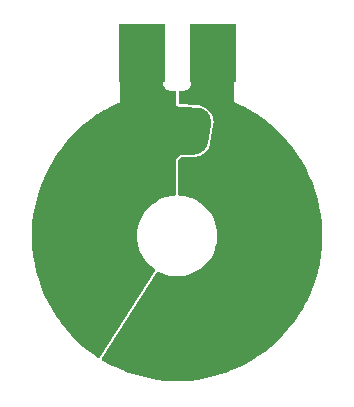
<source format=gbr>
%TF.GenerationSoftware,KiCad,Pcbnew,7.0.10*%
%TF.CreationDate,2024-04-17T21:09:22+12:00*%
%TF.ProjectId,MOTOR_TERMINAL_BREAKOUT_25mm,4d4f544f-525f-4544-9552-4d494e414c5f,v1.2*%
%TF.SameCoordinates,Original*%
%TF.FileFunction,Copper,L1,Top*%
%TF.FilePolarity,Positive*%
%FSLAX46Y46*%
G04 Gerber Fmt 4.6, Leading zero omitted, Abs format (unit mm)*
G04 Created by KiCad (PCBNEW 7.0.10) date 2024-04-17 21:09:22*
%MOMM*%
%LPD*%
G01*
G04 APERTURE LIST*
G04 Aperture macros list*
%AMRoundRect*
0 Rectangle with rounded corners*
0 $1 Rounding radius*
0 $2 $3 $4 $5 $6 $7 $8 $9 X,Y pos of 4 corners*
0 Add a 4 corners polygon primitive as box body*
4,1,4,$2,$3,$4,$5,$6,$7,$8,$9,$2,$3,0*
0 Add four circle primitives for the rounded corners*
1,1,$1+$1,$2,$3*
1,1,$1+$1,$4,$5*
1,1,$1+$1,$6,$7*
1,1,$1+$1,$8,$9*
0 Add four rect primitives between the rounded corners*
20,1,$1+$1,$2,$3,$4,$5,0*
20,1,$1+$1,$4,$5,$6,$7,0*
20,1,$1+$1,$6,$7,$8,$9,0*
20,1,$1+$1,$8,$9,$2,$3,0*%
%AMHorizOval*
0 Thick line with rounded ends*
0 $1 width*
0 $2 $3 position (X,Y) of the first rounded end (center of the circle)*
0 $4 $5 position (X,Y) of the second rounded end (center of the circle)*
0 Add line between two ends*
20,1,$1,$2,$3,$4,$5,0*
0 Add two circle primitives to create the rounded ends*
1,1,$1,$2,$3*
1,1,$1,$4,$5*%
G04 Aperture macros list end*
%TA.AperFunction,SMDPad,CuDef*%
%ADD10RoundRect,0.225000X-0.225000X-0.250000X0.225000X-0.250000X0.225000X0.250000X-0.225000X0.250000X0*%
%TD*%
%TA.AperFunction,ComponentPad*%
%ADD11R,4.000000X5.000000*%
%TD*%
%TA.AperFunction,ComponentPad*%
%ADD12HorizOval,2.500000X0.611573X0.434141X-0.611573X-0.434141X0*%
%TD*%
%TA.AperFunction,ComponentPad*%
%ADD13HorizOval,2.500000X-0.434141X0.611573X0.434141X-0.611573X0*%
%TD*%
%TA.AperFunction,ComponentPad*%
%ADD14HorizOval,2.500000X-0.739497X0.125077X0.739497X-0.125077X0*%
%TD*%
%TA.AperFunction,ComponentPad*%
%ADD15HorizOval,2.500000X0.125077X0.739497X-0.125077X-0.739497X0*%
%TD*%
G04 APERTURE END LIST*
D10*
%TO.P,C2,1*%
%TO.N,+BATT*%
X219225000Y-145000000D03*
%TO.P,C2,2*%
%TO.N,GND*%
X220775000Y-145000000D03*
%TD*%
D11*
%TO.P,N2,1*%
%TO.N,GND*%
X223000000Y-134500000D03*
%TD*%
D12*
%TO.P,M6,1*%
%TO.N,GND*%
X227340000Y-144790000D03*
%TD*%
D11*
%TO.P,N1,1*%
%TO.N,+BATT*%
X217000000Y-134500000D03*
%TD*%
D13*
%TO.P,M3,1*%
%TO.N,+BATT*%
X214790000Y-142660000D03*
%TD*%
D14*
%TO.P,M2,1*%
%TO.N,+BATT*%
X211130000Y-148500000D03*
%TD*%
D12*
%TO.P,M4,1*%
%TO.N,+BATT*%
X212570000Y-155210000D03*
%TD*%
D13*
%TO.P,M5,1*%
%TO.N,GND*%
X225210000Y-157340000D03*
%TD*%
D15*
%TO.P,M1,1*%
%TO.N,+BATT*%
X221500000Y-141130000D03*
%TD*%
%TO.P,M7,1*%
%TO.N,GND*%
X218500000Y-158870000D03*
%TD*%
D14*
%TO.P,M8,1*%
%TO.N,GND*%
X228870000Y-151500000D03*
%TD*%
%TA.AperFunction,Conductor*%
%TO.N,+BATT*%
G36*
X218741621Y-132220502D02*
G01*
X218788114Y-132274158D01*
X218799500Y-132326500D01*
X218799500Y-137068995D01*
X218823345Y-137188867D01*
X218826420Y-137204328D01*
X218879225Y-137331811D01*
X218930447Y-137408471D01*
X218955885Y-137446541D01*
X218955890Y-137446547D01*
X219053452Y-137544109D01*
X219053458Y-137544114D01*
X219168189Y-137620775D01*
X219295672Y-137673580D01*
X219431007Y-137700500D01*
X219431008Y-137700500D01*
X219790867Y-137700500D01*
X219858988Y-137720502D01*
X219905481Y-137774158D01*
X219916865Y-137825985D01*
X219921782Y-139039192D01*
X220359814Y-139049147D01*
X220363738Y-139049297D01*
X220729250Y-139069055D01*
X220734311Y-139069432D01*
X221151494Y-139109164D01*
X221151772Y-139109275D01*
X221151781Y-139109192D01*
X221192362Y-139113151D01*
X221445995Y-139137895D01*
X221511851Y-139164417D01*
X221552914Y-139222334D01*
X221559741Y-139265510D01*
X221493920Y-143017306D01*
X221472726Y-143085066D01*
X221418263Y-143130610D01*
X221369892Y-143141081D01*
X220201783Y-143159191D01*
X220201780Y-143159193D01*
X219883565Y-143499998D01*
X219883564Y-143500000D01*
X219866023Y-146481720D01*
X219845620Y-146549722D01*
X219791692Y-146595899D01*
X219753648Y-146606240D01*
X219449063Y-146639366D01*
X219449035Y-146639371D01*
X219088941Y-146718634D01*
X219088924Y-146718639D01*
X218739497Y-146836374D01*
X218739485Y-146836379D01*
X218404843Y-146991202D01*
X218404836Y-146991206D01*
X218088882Y-147181309D01*
X218088876Y-147181313D01*
X217795331Y-147404461D01*
X217795315Y-147404474D01*
X217527626Y-147658043D01*
X217288912Y-147939080D01*
X217081976Y-148244286D01*
X216909256Y-148570072D01*
X216909252Y-148570081D01*
X216772775Y-148912612D01*
X216772773Y-148912618D01*
X216674124Y-149267922D01*
X216614469Y-149631801D01*
X216594506Y-149999996D01*
X216594506Y-150000003D01*
X216614469Y-150368198D01*
X216674124Y-150732077D01*
X216772773Y-151087381D01*
X216772775Y-151087387D01*
X216875885Y-151346173D01*
X216909257Y-151429930D01*
X217011247Y-151622304D01*
X217031346Y-151660215D01*
X217081978Y-151755716D01*
X217288910Y-152060917D01*
X217288912Y-152060919D01*
X217527626Y-152341956D01*
X217795315Y-152595525D01*
X217795323Y-152595532D01*
X217795330Y-152595538D01*
X218088881Y-152818690D01*
X218088893Y-152818697D01*
X218090145Y-152819546D01*
X218090375Y-152819825D01*
X218091598Y-152820755D01*
X218091379Y-152821042D01*
X218135307Y-152874326D01*
X218143684Y-152944827D01*
X218125655Y-152991629D01*
X213477804Y-160273916D01*
X213424294Y-160320577D01*
X213354052Y-160330901D01*
X213304354Y-160312687D01*
X213149338Y-160214872D01*
X213143449Y-160210921D01*
X212585483Y-159813264D01*
X212579852Y-159809006D01*
X212045132Y-159380580D01*
X212039739Y-159376004D01*
X211529986Y-158918188D01*
X211524845Y-158913303D01*
X211041647Y-158427521D01*
X211036790Y-158422354D01*
X210581712Y-157910187D01*
X210577152Y-157904755D01*
X210383935Y-157660949D01*
X210151586Y-157367766D01*
X210147347Y-157362096D01*
X210057082Y-157234003D01*
X209752662Y-156802007D01*
X209748764Y-156796130D01*
X209386218Y-156214729D01*
X209382643Y-156208620D01*
X209053379Y-155607738D01*
X209050164Y-155601456D01*
X208755231Y-154983010D01*
X208752364Y-154976536D01*
X208492698Y-154342489D01*
X208490196Y-154335854D01*
X208361407Y-153962792D01*
X208266600Y-153688165D01*
X208264491Y-153681448D01*
X208077692Y-153022219D01*
X208075960Y-153015380D01*
X207926546Y-152346685D01*
X207925196Y-152339727D01*
X207879188Y-152060917D01*
X207813644Y-151663711D01*
X207812687Y-151656685D01*
X207808446Y-151617302D01*
X207739340Y-150975431D01*
X207738785Y-150968423D01*
X207703882Y-150284106D01*
X207703721Y-150277078D01*
X207707374Y-149591900D01*
X207707611Y-149584816D01*
X207724673Y-149308268D01*
X207749805Y-148900918D01*
X207750436Y-148893919D01*
X207831042Y-148213470D01*
X207832067Y-148206502D01*
X207950827Y-147531667D01*
X207952241Y-147524774D01*
X208108779Y-146857690D01*
X208110590Y-146850849D01*
X208304403Y-146193657D01*
X208306589Y-146186947D01*
X208537067Y-145541704D01*
X208539635Y-145535108D01*
X208603778Y-145383126D01*
X208806058Y-144903836D01*
X208808977Y-144897428D01*
X209110508Y-144282116D01*
X209113772Y-144275904D01*
X209449426Y-143678560D01*
X209453069Y-143672484D01*
X209563197Y-143499998D01*
X209821805Y-143094958D01*
X209825737Y-143089165D01*
X210226411Y-142533260D01*
X210230667Y-142527692D01*
X210661970Y-141995224D01*
X210666548Y-141989887D01*
X211127106Y-141482548D01*
X211131980Y-141477473D01*
X211620346Y-140996854D01*
X211625508Y-140992052D01*
X212140154Y-140539658D01*
X212145563Y-140535167D01*
X212684831Y-140112455D01*
X212690509Y-140108257D01*
X213252696Y-139716560D01*
X213258602Y-139712687D01*
X213841934Y-139353242D01*
X213848031Y-139349717D01*
X214450682Y-139023647D01*
X214456978Y-139020467D01*
X215031229Y-138750357D01*
X215036356Y-138748591D01*
X215045762Y-138744061D01*
X215045763Y-138744061D01*
X215081504Y-138726847D01*
X215085733Y-138724907D01*
X215116752Y-138711370D01*
X215116753Y-138711368D01*
X215117713Y-138710950D01*
X215126040Y-138706089D01*
X215128221Y-138704350D01*
X215128224Y-138704349D01*
X215147238Y-138680505D01*
X215154982Y-138671673D01*
X215172083Y-138653918D01*
X215172084Y-138653915D01*
X215178782Y-138643471D01*
X215179471Y-138643912D01*
X215182270Y-138639062D01*
X215185288Y-138632794D01*
X215185287Y-138632794D01*
X215185290Y-138632792D01*
X215190034Y-138612002D01*
X215195576Y-138594034D01*
X215201215Y-138579664D01*
X215200522Y-138542843D01*
X215200500Y-138540473D01*
X215200500Y-132326500D01*
X215220502Y-132258379D01*
X215274158Y-132211886D01*
X215326500Y-132200500D01*
X218673500Y-132200500D01*
X218741621Y-132220502D01*
G37*
%TD.AperFunction*%
%TD*%
%TA.AperFunction,Conductor*%
%TO.N,GND*%
G36*
X224742539Y-132220185D02*
G01*
X224788294Y-132272989D01*
X224799500Y-132324500D01*
X224799500Y-138540510D01*
X224799478Y-138542844D01*
X224798784Y-138579665D01*
X224804476Y-138594172D01*
X224809932Y-138611864D01*
X224814708Y-138632790D01*
X224817445Y-138638473D01*
X224820670Y-138644058D01*
X224821325Y-138643639D01*
X224827918Y-138653920D01*
X224845066Y-138671725D01*
X224852696Y-138680426D01*
X224871775Y-138704348D01*
X224873885Y-138706032D01*
X224882392Y-138710996D01*
X224883247Y-138711369D01*
X224883248Y-138711370D01*
X224913653Y-138724640D01*
X224914288Y-138724917D01*
X224918453Y-138726827D01*
X224954237Y-138744061D01*
X224954238Y-138744061D01*
X224963472Y-138748508D01*
X224968587Y-138750272D01*
X225297475Y-138904970D01*
X225457753Y-138980360D01*
X225543055Y-139020483D01*
X225549282Y-139023629D01*
X226152004Y-139349737D01*
X226158032Y-139353222D01*
X226394722Y-139499069D01*
X226741436Y-139712712D01*
X226747251Y-139716524D01*
X227309550Y-140108299D01*
X227315123Y-140112420D01*
X227854459Y-140535185D01*
X227859828Y-140539643D01*
X228374520Y-140992078D01*
X228379621Y-140996823D01*
X228868060Y-141477514D01*
X228872858Y-141482508D01*
X229301596Y-141954796D01*
X229333469Y-141989907D01*
X229338013Y-141995204D01*
X229769350Y-142527714D01*
X229773587Y-142533257D01*
X230174270Y-143089176D01*
X230178174Y-143094927D01*
X230335879Y-143341929D01*
X230546956Y-143672524D01*
X230550545Y-143678510D01*
X230886240Y-144275927D01*
X230889486Y-144282105D01*
X231191039Y-144897464D01*
X231193932Y-144903815D01*
X231460381Y-145535147D01*
X231462913Y-145541651D01*
X231693424Y-146186986D01*
X231695586Y-146193622D01*
X231889426Y-146850906D01*
X231891211Y-146857653D01*
X232047766Y-147524806D01*
X232049168Y-147531642D01*
X232167937Y-148206528D01*
X232168953Y-148213433D01*
X232249566Y-148893941D01*
X232250192Y-148900892D01*
X232292392Y-149584876D01*
X232292625Y-149591851D01*
X232296278Y-150277096D01*
X232296119Y-150284073D01*
X232261213Y-150968446D01*
X232260662Y-150975404D01*
X232187304Y-151656761D01*
X232186361Y-151663676D01*
X232074795Y-152339775D01*
X232073466Y-152346626D01*
X231924032Y-153015410D01*
X231922319Y-153022176D01*
X231735495Y-153681492D01*
X231733404Y-153688150D01*
X231509787Y-154335901D01*
X231507325Y-154342431D01*
X231247616Y-154976582D01*
X231244790Y-154982964D01*
X230949817Y-155601494D01*
X230946637Y-155607706D01*
X230617331Y-156208666D01*
X230613806Y-156214690D01*
X230251213Y-156796165D01*
X230247355Y-156801981D01*
X229852617Y-157362145D01*
X229848438Y-157367734D01*
X229422819Y-157904791D01*
X229418332Y-157910137D01*
X228963163Y-158422406D01*
X228958383Y-158427490D01*
X228475114Y-158913343D01*
X228470054Y-158918151D01*
X227960226Y-159376034D01*
X227954905Y-159380549D01*
X227420120Y-159809028D01*
X227414553Y-159813237D01*
X226856505Y-160210953D01*
X226850710Y-160214842D01*
X226271172Y-160580531D01*
X226265167Y-160584088D01*
X225665970Y-160916594D01*
X225659775Y-160919807D01*
X225042825Y-161218072D01*
X225036458Y-161220932D01*
X224403704Y-161484016D01*
X224397187Y-161486513D01*
X223750627Y-161713583D01*
X223743980Y-161715709D01*
X223085681Y-161906040D01*
X223078925Y-161907789D01*
X222410950Y-162060785D01*
X222404106Y-162062151D01*
X221728587Y-162177324D01*
X221721676Y-162178303D01*
X221040755Y-162255286D01*
X221033802Y-162255875D01*
X220380488Y-162292690D01*
X220349602Y-162294431D01*
X220342627Y-162294627D01*
X219657373Y-162294627D01*
X219650397Y-162294431D01*
X219617618Y-162292583D01*
X218966197Y-162255875D01*
X218959244Y-162255286D01*
X218278323Y-162178303D01*
X218271412Y-162177324D01*
X217595893Y-162062151D01*
X217589049Y-162060785D01*
X216921074Y-161907789D01*
X216914318Y-161906040D01*
X216256019Y-161715709D01*
X216249372Y-161713583D01*
X215602812Y-161486513D01*
X215596295Y-161484016D01*
X214963541Y-161220932D01*
X214957174Y-161218072D01*
X214340224Y-160919807D01*
X214334029Y-160916594D01*
X213734832Y-160584088D01*
X213728827Y-160580531D01*
X213689569Y-160555759D01*
X213643378Y-160503336D01*
X213632861Y-160434262D01*
X213651213Y-160384186D01*
X218298880Y-153102188D01*
X218303181Y-153093675D01*
X218350980Y-153042719D01*
X218418743Y-153025691D01*
X218465922Y-153037056D01*
X218739486Y-153163620D01*
X218739497Y-153163625D01*
X219088934Y-153281364D01*
X219449052Y-153360632D01*
X219815630Y-153400500D01*
X219815636Y-153400500D01*
X220184364Y-153400500D01*
X220184370Y-153400500D01*
X220550948Y-153360632D01*
X220911066Y-153281364D01*
X221260503Y-153163625D01*
X221595162Y-153008795D01*
X221911119Y-152818690D01*
X222204670Y-152595538D01*
X222472373Y-152341956D01*
X222711090Y-152060917D01*
X222918022Y-151755716D01*
X223090743Y-151429930D01*
X223227227Y-151087379D01*
X223325875Y-150732081D01*
X223344237Y-150620077D01*
X223385529Y-150368213D01*
X223385529Y-150368210D01*
X223385531Y-150368199D01*
X223405494Y-150000000D01*
X223385531Y-149631801D01*
X223378981Y-149591851D01*
X223325877Y-149267931D01*
X223325876Y-149267930D01*
X223325875Y-149267919D01*
X223227227Y-148912621D01*
X223090743Y-148570070D01*
X222918022Y-148244284D01*
X222711090Y-147939083D01*
X222472373Y-147658044D01*
X222204670Y-147404462D01*
X221911119Y-147181310D01*
X221595162Y-146991205D01*
X221595161Y-146991204D01*
X221595157Y-146991202D01*
X221595153Y-146991200D01*
X221260513Y-146836379D01*
X221260508Y-146836377D01*
X221260503Y-146836375D01*
X221090172Y-146778983D01*
X220911065Y-146718635D01*
X220550946Y-146639367D01*
X220182155Y-146599259D01*
X220117637Y-146572442D01*
X220077859Y-146515000D01*
X220071564Y-146475257D01*
X220088301Y-143629999D01*
X220108380Y-143563079D01*
X220121656Y-143546116D01*
X220256361Y-143401849D01*
X220316498Y-143366286D01*
X220345063Y-143362493D01*
X221373078Y-143346556D01*
X221380514Y-143345702D01*
X221413357Y-143341931D01*
X221413361Y-143341929D01*
X221413370Y-143341929D01*
X221461741Y-143331458D01*
X221468637Y-143329840D01*
X221468641Y-143329838D01*
X221475674Y-143327261D01*
X221475795Y-143327592D01*
X221504304Y-143318218D01*
X221729108Y-143281216D01*
X221956638Y-143203665D01*
X222168302Y-143089721D01*
X222358323Y-142942493D01*
X222521520Y-142765997D01*
X222653441Y-142565046D01*
X222750487Y-142345123D01*
X222795106Y-142170546D01*
X223065269Y-140573252D01*
X223080544Y-140393712D01*
X223061223Y-140154107D01*
X223061223Y-140154103D01*
X223002728Y-139920958D01*
X223002726Y-139920949D01*
X222906650Y-139700600D01*
X222775617Y-139499069D01*
X222613200Y-139321854D01*
X222423829Y-139173790D01*
X222423826Y-139173788D01*
X222423823Y-139173786D01*
X222212671Y-139058914D01*
X222212668Y-139058912D01*
X221985489Y-138980361D01*
X221985486Y-138980360D01*
X221985485Y-138980360D01*
X221869631Y-138960765D01*
X221748469Y-138940272D01*
X221740319Y-138940254D01*
X221508084Y-138939742D01*
X221508083Y-138939742D01*
X221506666Y-138939739D01*
X221477463Y-138936184D01*
X221465955Y-138933367D01*
X221465941Y-138933365D01*
X221175226Y-138905003D01*
X221174977Y-138904970D01*
X221171420Y-138904632D01*
X221171140Y-138904605D01*
X221168826Y-138904379D01*
X221168614Y-138904364D01*
X220753888Y-138864866D01*
X220749521Y-138864495D01*
X220744577Y-138864127D01*
X220744524Y-138864123D01*
X220744516Y-138864123D01*
X220740342Y-138863855D01*
X220740325Y-138863854D01*
X220740277Y-138863851D01*
X220374887Y-138844100D01*
X220374876Y-138844099D01*
X220374830Y-138844097D01*
X220371588Y-138843947D01*
X220370541Y-138843907D01*
X220367686Y-138843797D01*
X220365468Y-138843730D01*
X220364483Y-138843700D01*
X220364443Y-138843699D01*
X220364440Y-138843699D01*
X220247160Y-138841033D01*
X220180585Y-138819830D01*
X220136042Y-138766000D01*
X220125979Y-138717570D01*
X220123994Y-138227769D01*
X220122363Y-137825002D01*
X220141776Y-137757884D01*
X220194394Y-137711915D01*
X220246362Y-137700500D01*
X220568995Y-137700500D01*
X220660041Y-137682389D01*
X220704328Y-137673580D01*
X220831811Y-137620775D01*
X220946542Y-137544114D01*
X221044114Y-137446542D01*
X221120775Y-137331811D01*
X221173580Y-137204328D01*
X221200500Y-137068993D01*
X221200500Y-137000000D01*
X221200500Y-136960118D01*
X221200500Y-132324500D01*
X221220185Y-132257461D01*
X221272989Y-132211706D01*
X221324500Y-132200500D01*
X224675500Y-132200500D01*
X224742539Y-132220185D01*
G37*
%TD.AperFunction*%
%TD*%
M02*

</source>
